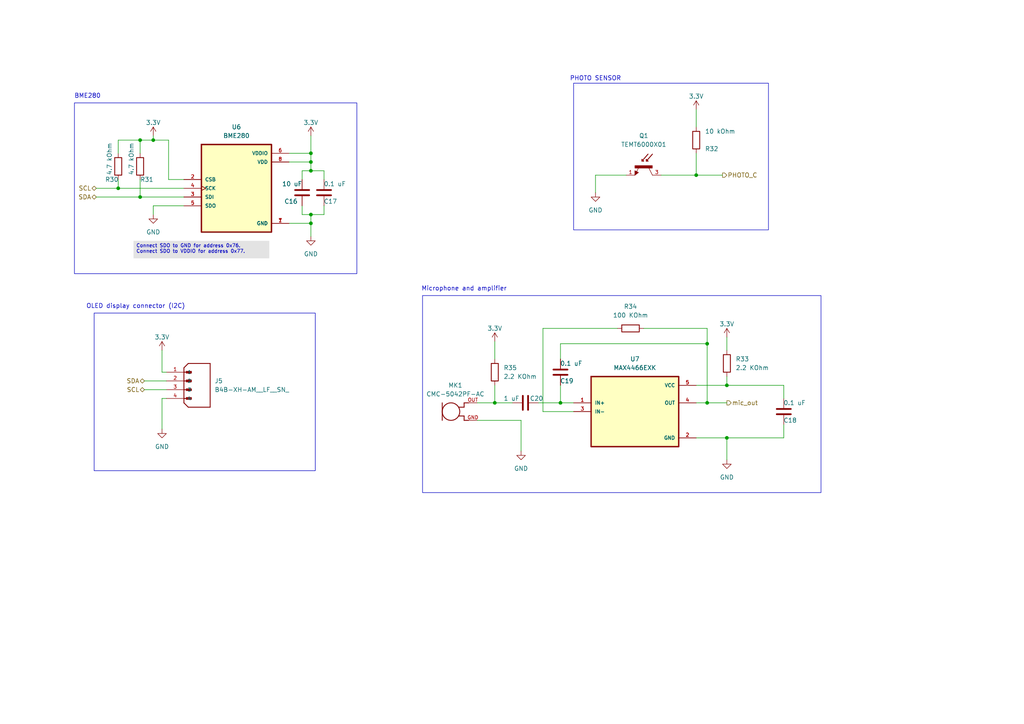
<source format=kicad_sch>
(kicad_sch (version 20231120) (generator "eeschema") (generator_version "8.0")
  (paper "A4")
  (lib_symbols
    (symbol "B4B-XH-AM__LF__SN_:B4B-XH-AM__LF__SN_" (pin_names (offset 1.016))
      (property "Reference" "J" (at 0 6.35 0))
      (property "Value" "B4B-XH-AM__LF__SN_" (at 0 -10.16 0))
      (symbol "B4B-XH-AM__LF__SN__0_0"
        (polyline (pts (xy 0 -6.35) (xy 1.27 -7.62)) (stroke (width 0.254)))
        (polyline (pts (xy 0 -5.08) (xy 1.905 -5.08)) (stroke (width 0.254)))
        (polyline (pts (xy 0 -2.54) (xy 1.905 -2.54)) (stroke (width 0.254)))
        (polyline (pts (xy 0 0) (xy 1.905 0)) (stroke (width 0.254)))
        (polyline (pts (xy 0 2.54) (xy 0 -6.35)) (stroke (width 0.254)))
        (polyline (pts (xy 0 2.54) (xy 1.905 2.54)) (stroke (width 0.254)))
        (polyline (pts (xy 0 3.81) (xy 0 2.54)) (stroke (width 0.254)))
        (polyline (pts (xy 0 3.81) (xy 1.27 5.08)) (stroke (width 0.254)))
        (polyline (pts (xy 1.27 -7.62) (xy 7.62 -7.62)) (stroke (width 0.254)))
        (polyline (pts (xy 7.62 -7.62) (xy 7.62 5.08)) (stroke (width 0.254)))
        (polyline (pts (xy 7.62 5.08) (xy 1.27 5.08)) (stroke (width 0.254)))
        (rectangle (start 0.635 -5.3975) (end 2.2225 -4.7625) (stroke (width 0.1)) (fill (type outline)))
        (rectangle (start 0.635 -2.8575) (end 2.2225 -2.2225) (stroke (width 0.1)) (fill (type outline)))
        (rectangle (start 0.635 -0.3175) (end 2.2225 0.3175) (stroke (width 0.1)) (fill (type outline)))
        (rectangle (start 0.635 2.2225) (end 2.2225 2.8575) (stroke (width 0.1)) (fill (type outline)))
        (pin passive line (at -5.08 2.54 0) (length 5.08) (name "1") (number "1"))
        (pin passive line (at -5.08 0 0) (length 5.08) (name "2") (number "2"))
        (pin passive line (at -5.08 -2.54 0) (length 5.08) (name "3") (number "3"))
        (pin passive line (at -5.08 -5.08 0) (length 5.08) (name "4") (number "4"))
      )
    )
    (symbol "BME280:BME280" (pin_names (offset 1.016))
      (property "Reference" "U" (at -10.1662 13.3431 0))
      (property "Value" "BME280" (at -10.1683 -15.2524 0))
      (symbol "BME280_0_0"
        (rectangle (start -10.16 -12.7) (end 10.16 12.7) (stroke (width 0.4064)) (fill (type background)))
        (pin power_in line (at 15.24 -10.16 180) (length 5.08) (name "GND") (number "1"))
        (pin input line (at -15.24 2.54 0) (length 5.08) (name "CSB") (number "2"))
        (pin bidirectional line (at -15.24 -2.54 0) (length 5.08) (name "SDI") (number "3"))
        (pin input clock (at -15.24 0 0) (length 5.08) (name "SCK") (number "4"))
        (pin bidirectional line (at -15.24 -5.08 0) (length 5.08) (name "SDO") (number "5"))
        (pin power_in line (at 15.24 10.16 180) (length 5.08) (name "VDDIO") (number "6"))
        (pin power_in line (at 15.24 -10.16 180) (length 5.08) (name "GND") (number "7"))
        (pin power_in line (at 15.24 7.62 180) (length 5.08) (name "VDD") (number "8"))
      )
    )
    (symbol "CMC-5042PF-AC:CMC-5042PF-AC" (pin_names (offset 1.016))
      (property "Reference" "MK" (at -2.5424 5.0848 0))
      (property "Value" "CMC-5042PF-AC" (at -2.5442 -6.3606 0))
      (symbol "CMC-5042PF-AC_0_0"
        (polyline (pts (xy -2.54 2.54) (xy -2.54 -2.54)) (stroke (width 0.254)))
        (polyline (pts (xy 3.81 -2.54) (xy 3.81 -1.27)) (stroke (width 0.254)))
        (polyline (pts (xy 3.81 -1.27) (xy 2.2352 -1.27)) (stroke (width 0.254)))
        (polyline (pts (xy 3.81 1.27) (xy 2.2352 1.27)) (stroke (width 0.254)))
        (polyline (pts (xy 3.81 2.54) (xy 3.81 1.27)) (stroke (width 0.254)))
        (polyline (pts (xy 5.08 -2.54) (xy 3.81 -2.54)) (stroke (width 0.254)))
        (polyline (pts (xy 5.08 2.54) (xy 3.81 2.54)) (stroke (width 0.254)))
        (circle (center 0 0) (radius 2.54) (stroke (width 0.254)))
        (pin power_in line (at 7.62 -2.54 180) (length 2.54) (name "~") (number "GND"))
        (pin output line (at 7.62 2.54 180) (length 2.54) (name "~") (number "OUT"))
      )
    )
    (symbol "Device:R" (pin_numbers hide) (pin_names (offset 0))
      (property "Reference" "R" (at 2.032 0 90))
      (property "Value" "R" (at 0 0 90))
      (symbol "R_0_1"
        (rectangle (start -1.016 -2.54) (end 1.016 2.54) (stroke (width 0.254)))
      )
      (symbol "R_1_1"
        (pin passive line (at 0 3.81 270) (length 1.27) (name "~") (number "1"))
        (pin passive line (at 0 -3.81 90) (length 1.27) (name "~") (number "2"))
      )
    )
    (symbol "MAX4466EXK:MAX4466EXK" (pin_names (offset 1.016))
      (property "Reference" "U" (at -12.7 11.16 0))
      (property "Value" "MAX4466EXK" (at -12.7 -14.16 0))
      (symbol "MAX4466EXK_0_0"
        (rectangle (start -12.7 -10.16) (end 12.7 10.16) (stroke (width 0.41)) (fill (type background)))
        (pin input line (at -17.78 2.54 0) (length 5.08) (name "IN+") (number "1"))
        (pin power_in line (at 17.78 -7.62 180) (length 5.08) (name "GND") (number "2"))
        (pin input line (at -17.78 0 0) (length 5.08) (name "IN-") (number "3"))
        (pin output line (at 17.78 2.54 180) (length 5.08) (name "OUT") (number "4"))
        (pin power_in line (at 17.78 7.62 180) (length 5.08) (name "VCC") (number "5"))
      )
    )
    (symbol "SparkFun-Capacitor:C" (pin_numbers hide) (pin_names (offset 0.254))
      (property "Reference" "C" (at 0.635 2.54 0))
      (property "Value" "C" (at 0.635 -2.54 0))
      (property "Voltage" "1kV" (at 0 -6.35 0))
      (property "Tolerance" "100%" (at 0 -8.89 0))
      (symbol "C_0_1"
        (polyline (pts (xy -2.032 -0.762) (xy 2.032 -0.762)) (stroke (width 0.508)))
        (polyline (pts (xy -2.032 0.762) (xy 2.032 0.762)) (stroke (width 0.508)))
      )
      (symbol "C_1_1"
        (pin passive line (at 0 3.81 270) (length 2.794) (name "~") (number "1"))
        (pin passive line (at 0 -3.81 90) (length 2.794) (name "~") (number "2"))
      )
    )
    (symbol "SparkFun-PowerSymbol:3.3V" (power) (pin_names (offset 0))
      (property "Value" "3.3V" (at 0 3.81 0))
      (symbol "3.3V_0_1"
        (polyline (pts (xy -0.762 1.27) (xy 0 2.54)))
        (polyline (pts (xy 0 0) (xy 0 2.54)))
        (polyline (pts (xy 0 2.54) (xy 0.762 1.27)))
      )
      (symbol "3.3V_1_1"
        (pin power_in line (at 0 0 90) (length 0) hide (name "3.3V") (number "1"))
      )
    )
    (symbol "TEMT6000X01:TEMT6000X01" (pin_names (offset 1.016))
      (property "Reference" "Q" (at 5.0999 0 0))
      (property "Value" "TEMT6000X01" (at 5.0887 -2.5444 0))
      (symbol "TEMT6000X01_0_0"
        (rectangle (start -0.2547 -2.5468) (end 0.508 2.54) (stroke (width 0.1)) (fill (type outline)))
        (polyline (pts (xy -3.556 1.27) (xy -1.524 -0.508)) (stroke (width 0.254)))
        (polyline (pts (xy -3.556 2.54) (xy -1.524 0.762)) (stroke (width 0.254)))
        (polyline (pts (xy -2.032 -0.508) (xy -1.524 0)) (stroke (width 0.254)))
        (polyline (pts (xy -2.032 0.762) (xy -1.524 1.27)) (stroke (width 0.254)))
        (polyline (pts (xy -1.524 -0.508) (xy -2.032 -0.508)) (stroke (width 0.254)))
        (polyline (pts (xy -1.524 0) (xy -1.524 -0.508)) (stroke (width 0.254)))
        (polyline (pts (xy -1.524 0.762) (xy -2.032 0.762)) (stroke (width 0.254)))
        (polyline (pts (xy -1.524 1.27) (xy -1.524 0.762)) (stroke (width 0.254)))
        (polyline (pts (xy 1.27 -2.54) (xy 1.778 -1.524)) (stroke (width 0.1524)))
        (polyline (pts (xy 1.524 -2.413) (xy 2.286 -2.413)) (stroke (width 0.254)))
        (polyline (pts (xy 1.524 -2.286) (xy 1.905 -2.286)) (stroke (width 0.254)))
        (polyline (pts (xy 1.54 -2.04) (xy 0.308 -1.424)) (stroke (width 0.1524)))
        (polyline (pts (xy 1.778 -1.778) (xy 1.524 -2.286)) (stroke (width 0.254)))
        (polyline (pts (xy 1.778 -1.524) (xy 2.54 -2.54)) (stroke (width 0.1524)))
        (polyline (pts (xy 1.905 -2.286) (xy 1.778 -2.032)) (stroke (width 0.254)))
        (polyline (pts (xy 2.286 -2.413) (xy 1.778 -1.778)) (stroke (width 0.254)))
        (polyline (pts (xy 2.54 -2.54) (xy 1.27 -2.54)) (stroke (width 0.1524)))
        (polyline (pts (xy 2.54 2.54) (xy 0.508 1.524)) (stroke (width 0.1524)))
        (pin passive line (at 2.54 -5.08 90) (length 2.54) (name "~") (number "1"))
        (pin passive line (at 2.54 5.08 270) (length 2.54) (name "~") (number "3"))
      )
    )
    (symbol "power:GND" (power) (pin_names (offset 0))
      (property "Value" "GND" (at 0 -3.81 0))
      (symbol "GND_0_1"
        (polyline (pts (xy 0 0) (xy 0 -1.27) (xy 1.27 -1.27) (xy 0 -2.54) (xy -1.27 -1.27) (xy 0 -1.27)))
      )
      (symbol "GND_1_1"
        (pin power_in line (at 0 0 270) (length 0) hide (name "GND") (number "1"))
      )
    )
  )
  (junction (at 90.17 44.45))
  (junction (at 205.105 116.84))
  (junction (at 44.45 40.64))
  (junction (at 40.64 57.15))
  (junction (at 210.82 111.76))
  (junction (at 90.17 46.99))
  (junction (at 34.29 54.61))
  (junction (at 40.64 40.64))
  (junction (at 90.17 49.53))
  (junction (at 90.17 64.77))
  (junction (at 201.93 50.8))
  (junction (at 162.56 116.84))
  (junction (at 143.51 116.84))
  (junction (at 205.105 99.695))
  (junction (at 90.17 62.23))
  (junction (at 210.82 127))
  (wire (pts (xy 83.82 44.45) (xy 90.17 44.45)))
  (wire (pts (xy 205.105 99.695) (xy 205.105 116.84)))
  (wire (pts (xy 44.45 59.69) (xy 44.45 62.23)))
  (wire (pts (xy 40.64 52.07) (xy 40.64 57.15)))
  (wire (pts (xy 93.98 59.69) (xy 93.98 62.23)))
  (wire (pts (xy 34.29 52.07) (xy 34.29 54.61)))
  (wire (pts (xy 34.29 40.64) (xy 40.64 40.64)))
  (wire (pts (xy 156.21 116.84) (xy 162.56 116.84)))
  (wire (pts (xy 210.82 109.22) (xy 210.82 111.76)))
  (wire (pts (xy 44.45 40.64) (xy 44.45 39.37)))
  (wire (pts (xy 40.64 40.64) (xy 44.45 40.64)))
  (wire (pts (xy 205.105 116.84) (xy 210.82 116.84)))
  (wire (pts (xy 138.43 116.84) (xy 143.51 116.84)))
  (wire (pts (xy 87.63 49.53) (xy 90.17 49.53)))
  (wire (pts (xy 201.93 111.76) (xy 210.82 111.76)))
  (wire (pts (xy 201.93 116.84) (xy 205.105 116.84)))
  (wire (pts (xy 162.56 111.76) (xy 162.56 116.84)))
  (wire (pts (xy 210.82 127) (xy 210.82 133.35)))
  (wire (pts (xy 227.33 115.57) (xy 227.33 111.76)))
  (wire (pts (xy 210.82 97.79) (xy 210.82 101.6)))
  (wire (pts (xy 191.77 50.8) (xy 201.93 50.8)))
  (wire (pts (xy 40.64 57.15) (xy 53.34 57.15)))
  (wire (pts (xy 41.91 110.49) (xy 48.26 110.49)))
  (wire (pts (xy 227.33 123.19) (xy 227.33 127)))
  (wire (pts (xy 201.93 31.75) (xy 201.93 36.83)))
  (wire (pts (xy 87.63 62.23) (xy 87.63 59.69)))
  (wire (pts (xy 151.13 121.92) (xy 151.13 130.81)))
  (wire (pts (xy 87.63 52.07) (xy 87.63 49.53)))
  (wire (pts (xy 83.82 64.77) (xy 90.17 64.77)))
  (wire (pts (xy 143.51 111.76) (xy 143.51 116.84)))
  (wire (pts (xy 90.17 46.99) (xy 90.17 44.45)))
  (wire (pts (xy 90.17 64.77) (xy 90.17 68.58)))
  (wire (pts (xy 90.17 62.23) (xy 90.17 64.77)))
  (wire (pts (xy 227.33 127) (xy 210.82 127)))
  (wire (pts (xy 90.17 49.53) (xy 93.98 49.53)))
  (wire (pts (xy 186.69 95.25) (xy 205.105 95.25)))
  (wire (pts (xy 138.43 121.92) (xy 151.13 121.92)))
  (wire (pts (xy 201.93 50.8) (xy 209.55 50.8)))
  (wire (pts (xy 48.26 115.57) (xy 46.99 115.57)))
  (wire (pts (xy 90.17 62.23) (xy 87.63 62.23)))
  (wire (pts (xy 210.82 111.76) (xy 227.33 111.76)))
  (wire (pts (xy 34.29 54.61) (xy 53.34 54.61)))
  (wire (pts (xy 201.93 44.45) (xy 201.93 50.8)))
  (wire (pts (xy 41.91 113.03) (xy 48.26 113.03)))
  (wire (pts (xy 172.72 50.8) (xy 172.72 55.88)))
  (wire (pts (xy 34.29 44.45) (xy 34.29 40.64)))
  (wire (pts (xy 40.64 40.64) (xy 40.64 44.45)))
  (wire (pts (xy 143.51 99.06) (xy 143.51 104.14)))
  (wire (pts (xy 44.45 40.64) (xy 48.895 40.64)))
  (wire (pts (xy 48.26 107.95) (xy 46.99 107.95)))
  (wire (pts (xy 93.98 62.23) (xy 90.17 62.23)))
  (wire (pts (xy 179.07 95.25) (xy 157.48 95.25)))
  (wire (pts (xy 157.48 119.38) (xy 166.37 119.38)))
  (wire (pts (xy 162.56 99.695) (xy 162.56 104.14)))
  (wire (pts (xy 181.61 50.8) (xy 172.72 50.8)))
  (wire (pts (xy 90.17 44.45) (xy 90.17 39.37)))
  (wire (pts (xy 205.105 95.25) (xy 205.105 99.695)))
  (wire (pts (xy 162.56 116.84) (xy 166.37 116.84)))
  (wire (pts (xy 46.99 107.95) (xy 46.99 101.6)))
  (wire (pts (xy 201.93 127) (xy 210.82 127)))
  (wire (pts (xy 93.98 49.53) (xy 93.98 52.07)))
  (wire (pts (xy 53.34 52.07) (xy 48.895 52.07)))
  (wire (pts (xy 48.895 52.07) (xy 48.895 40.64)))
  (wire (pts (xy 46.99 115.57) (xy 46.99 124.46)))
  (wire (pts (xy 143.51 116.84) (xy 148.59 116.84)))
  (wire (pts (xy 162.56 99.695) (xy 205.105 99.695)))
  (wire (pts (xy 53.34 59.69) (xy 44.45 59.69)))
  (wire (pts (xy 27.94 57.15) (xy 40.64 57.15)))
  (wire (pts (xy 157.48 95.25) (xy 157.48 119.38)))
  (wire (pts (xy 27.94 54.61) (xy 34.29 54.61)))
  (wire (pts (xy 83.82 46.99) (xy 90.17 46.99)))
  (wire (pts (xy 90.17 46.99) (xy 90.17 49.53)))
  (rectangle (start 27.305 90.805) (end 91.44 136.525))
  (rectangle (start 166.37 24.13) (end 222.885 66.675))
  (rectangle (start 21.59 29.845) (end 103.505 79.375))
  (rectangle (start 122.555 85.725) (end 238.125 142.875))
  (text_box "Connect SDO to GND for address 0x76.\nConnect SDO to VDDIO for address 0x77." (at 38.735 69.85 0) (size 39.37 5.08) (stroke (width -0.0001)) (fill (type color) (color 194 194 194 0.45)) (effects (font (size 1 1)) (justify left top)))
  (text "PHOTO SENSOR" (at 172.72 22.86 0) (effects (font (size 1.27 1.27))))
  (text "Microphone and amplifier" (at 134.62 83.82 0) (effects (font (size 1.27 1.27))))
  (text "BME280\n" (at 25.4 27.94 0) (effects (font (size 1.27 1.27))))
  (text "OLED display connector (I2C)" (at 39.37 88.9 0) (effects (font (size 1.27 1.27))))
  (hierarchical_label "SDA" (shape bidirectional) (at 27.94 57.15 180))
  (hierarchical_label "PHOTO_C" (shape output) (at 209.55 50.8 0))
  (hierarchical_label "SCL" (shape bidirectional) (at 27.94 54.61 180))
  (hierarchical_label "SCL" (shape bidirectional) (at 41.91 113.03 180))
  (hierarchical_label "SDA" (shape bidirectional) (at 41.91 110.49 180))
  (hierarchical_label "mic_out" (shape output) (at 210.82 116.84 0))
  (symbol (lib_id "SparkFun-PowerSymbol:3.3V") (at 90.17 39.37 0) (unit 1)
    (property "Reference" "#PWR032" (effects (hide yes)))
    (property "Value" "3.3V" (at 90.17 35.56 0))
    (property "Description" "Power symbol creates a global label with name \"3.3V\"" (effects (hide yes)))
  )
  (symbol (lib_id "SparkFun-PowerSymbol:3.3V") (at 210.82 97.79 0) (unit 1)
    (property "Reference" "#PWR039" (effects (hide yes)))
    (property "Value" "3.3V" (at 210.82 93.98 0))
    (property "Description" "Power symbol creates a global label with name \"3.3V\"" (effects (hide yes)))
  )
  (symbol (lib_id "Device:R") (at 182.88 95.25 90) (unit 1)
    (property "Reference" "R34" (at 182.88 88.9 90))
    (property "Value" "100 KOhm" (at 182.88 91.44 90))
    (property "Description" "Resistor" (effects (hide yes)))
    (property "Purpose" "Feedback resistor" (effects (hide yes)))
    (property "Instructions and notes" "Sets the amplifier gain to 46 dB." (effects (hide yes)))
  )
  (symbol (lib_id "SparkFun-PowerSymbol:3.3V") (at 201.93 31.75 0) (unit 1)
    (property "Reference" "#PWR036" (effects (hide yes)))
    (property "Value" "3.3V" (at 201.93 27.94 0))
    (property "Description" "Power symbol creates a global label with name \"3.3V\"" (effects (hide yes)))
  )
  (symbol (lib_id "Device:R") (at 210.82 105.41 0) (unit 1)
    (property "Reference" "R33" (at 213.36 104.1399 0) (effects (justify left)))
    (property "Value" "2.2 KOhm" (at 213.36 106.6799 0) (effects (justify left)))
    (property "Description" "Resistor" (effects (hide yes)))
    (property "Purpose" "Microphone bias" (effects (hide yes)))
  )
  (symbol (lib_id "Device:R") (at 143.51 107.95 0) (unit 1)
    (property "Reference" "R35" (at 146.05 106.6799 0) (effects (justify left)))
    (property "Value" "2.2 KOhm" (at 146.05 109.2199 0) (effects (justify left)))
    (property "Description" "Bias resistor" (effects (hide yes)))
  )
  (symbol (lib_id "Device:R") (at 34.29 48.26 0) (unit 1)
    (property "Reference" "R30" (at 30.48 52.07 0) (effects (justify left)))
    (property "Value" "4.7 kOhm" (at 31.75 50.8 90) (effects (justify left)))
    (property "Description" "Pull-up resistor" (effects (hide yes)))
  )
  (symbol (lib_id "CMC-5042PF-AC:CMC-5042PF-AC") (at 130.81 119.38 0) (unit 1)
    (property "Reference" "MK1" (at 132.08 111.76 0))
    (property "Value" "CMC-5042PF-AC" (at 132.08 114.3 0))
    (property "Footprint" "CMC-5042PF-AC:CUI_CMC-5042PF-AC" (effects (hide yes)))
    (property "MF" "Same Sky" (effects (hide yes)))
    (property "Description_1" "\n                        \n                            6.0 mm, Omnidirectional, PCB Mount, 2.0 Vdc, Electret Condenser Microphone\n                        \n" (effects (hide yes)))
    (property "Package" "None" (effects (hide yes)))
    (property "Price" "None" (effects (hide yes)))
    (property "Check_prices" "https://www.snapeda.com/parts/CMC-5042PF-AC/Same+Sky/view-part/?ref=eda" (effects (hide yes)))
    (property "STANDARD" "Manufacturer recommendations" (effects (hide yes)))
    (property "SnapEDA_Link" "https://www.snapeda.com/parts/CMC-5042PF-AC/Same+Sky/view-part/?ref=snap" (effects (hide yes)))
    (property "MP" "CMC-5042PF-AC" (effects (hide yes)))
    (property "Availability" "In Stock" (effects (hide yes)))
    (property "MANUFACTURER" "CUI INC" (effects (hide yes)))
  )
  (symbol (lib_id "SparkFun-Capacitor:C") (at 93.98 55.88 180) (unit 1)
    (property "Reference" "C17" (at 97.79 58.42 0) (effects (justify left)))
    (property "Value" "0.1 uF" (at 100.33 53.34 0) (effects (justify left)))
    (property "Footprint" "Capacitor_SMD:C_0805_2012Metric" (effects (hide yes)))
    (property "Datasheet" "https://cdn.sparkfun.com/assets/8/a/4/a/5/Kemet_Capacitor_Datasheet.pdf" (effects (hide yes)))
    (property "Description" "Unpolarized capacitor" (effects (hide yes)))
    (property "PROD_ID" "CAP-00000" (effects (hide yes)))
    (property "Voltage" "1kV" (effects (hide yes)))
    (property "Tolerance" "100%" (effects (hide yes)))
    (property "Purpose" "Decoupling  capacitor." (effects (hide yes)))
    (property "Instructions and notes" "For high-frequency noise filtering" (effects (hide yes)))
  )
  (symbol (lib_id "power:GND") (at 46.99 124.46 0) (unit 1)
    (property "Reference" "#PWR045" (effects (hide yes)))
    (property "Value" "GND" (at 46.99 129.54 0))
    (property "Description" "Power symbol creates a global label with name \"GND\" , ground" (effects (hide yes)))
  )
  (symbol (lib_id "power:GND") (at 151.13 130.81 0) (unit 1)
    (property "Reference" "#PWR040" (effects (hide yes)))
    (property "Value" "GND" (at 151.13 135.89 0))
    (property "Description" "Power symbol creates a global label with name \"GND\" , ground" (effects (hide yes)))
  )
  (symbol (lib_id "SparkFun-PowerSymbol:3.3V") (at 46.99 101.6 0) (unit 1)
    (property "Reference" "#PWR044" (effects (hide yes)))
    (property "Value" "3.3V" (at 46.99 97.79 0))
    (property "Description" "Power symbol creates a global label with name \"3.3V\"" (effects (hide yes)))
  )
  (symbol (lib_id "SparkFun-PowerSymbol:3.3V") (at 44.45 39.37 0) (unit 1)
    (property "Reference" "#PWR034" (effects (hide yes)))
    (property "Value" "3.3V" (at 44.45 35.56 0))
    (property "Description" "Power symbol creates a global label with name \"3.3V\"" (effects (hide yes)))
  )
  (symbol (lib_id "BME280:BME280") (at 68.58 54.61 0) (unit 1)
    (property "Reference" "U6" (at 68.58 36.83 0))
    (property "Value" "BME280" (at 68.58 39.37 0))
    (property "Footprint" "BME280:PSON65P250X250X100-8N" (effects (hide yes)))
    (property "MF" "Bosch" (effects (hide yes)))
    (property "DESCRIPTION" "Integrated pressure, humidity and temperature sensor; 8-pin 2.5x2.5x0.93mm LGA" (effects (hide yes)))
    (property "PACKAGE" "LGA-8 Bosch" (effects (hide yes)))
    (property "PRICE" "4.94 USD" (effects (hide yes)))
    (property "Package" "LGA-8 Bosch" (effects (hide yes)))
    (property "Check_prices" "https://www.snapeda.com/parts/BME280/Bosch+Sensortec/view-part/?ref=eda" (effects (hide yes)))
    (property "STANDARD" "IPC-7351B" (effects (hide yes)))
    (property "SnapEDA_Link" "https://www.snapeda.com/parts/BME280/Bosch+Sensortec/view-part/?ref=snap" (effects (hide yes)))
    (property "MP" "BME280" (effects (hide yes)))
    (property "Price" "None" (effects (hide yes)))
    (property "Availability" "In Stock" (effects (hide yes)))
    (property "AVAILABILITY" "Good" (effects (hide yes)))
    (property "Description_1" "\n                        \n                            Board Mount Humidity Sensors MEMS humidity, pressure and temperature sensor\n                        \n" (effects (hide yes)))
  )
  (symbol (lib_id "Device:R") (at 40.64 48.26 0) (unit 1)
    (property "Reference" "R31" (at 40.64 52.07 0) (effects (justify left)))
    (property "Value" "4.7 kOhm" (at 38.1 50.8 90) (effects (justify left)))
    (property "Description" "Pull-up resistor" (effects (hide yes)))
  )
  (symbol (lib_id "SparkFun-Capacitor:C") (at 162.56 107.95 180) (unit 1)
    (property "Reference" "C19" (at 166.37 110.49 0) (effects (justify left)))
    (property "Value" "0.1 uF" (at 168.91 105.41 0) (effects (justify left)))
    (property "Footprint" "Capacitor_SMD:C_0805_2012Metric" (effects (hide yes)))
    (property "Datasheet" "https://cdn.sparkfun.com/assets/8/a/4/a/5/Kemet_Capacitor_Datasheet.pdf" (effects (hide yes)))
    (property "Description" "Unpolarized capacitor" (effects (hide yes)))
    (property "PROD_ID" "CAP-00000" (effects (hide yes)))
    (property "Voltage" "1kV" (effects (hide yes)))
    (property "Tolerance" "100%" (effects (hide yes)))
    (property "Purpose" "Input  capacitor." (effects (hide yes)))
    (property "Instructions and notes" "To block DC offset" (effects (hide yes)))
  )
  (symbol (lib_id "SparkFun-PowerSymbol:3.3V") (at 143.51 99.06 0) (unit 1)
    (property "Reference" "#PWR041" (effects (hide yes)))
    (property "Value" "3.3V" (at 143.51 95.25 0))
    (property "Description" "Power symbol creates a global label with name \"3.3V\"" (effects (hide yes)))
  )
  (symbol (lib_id "power:GND") (at 90.17 68.58 0) (unit 1)
    (property "Reference" "#PWR033" (effects (hide yes)))
    (property "Value" "GND" (at 90.17 73.66 0))
    (property "Description" "Power symbol creates a global label with name \"GND\" , ground" (effects (hide yes)))
  )
  (symbol (lib_id "SparkFun-Capacitor:C") (at 87.63 55.88 180) (unit 1)
    (property "Reference" "C16" (at 86.36 58.42 0) (effects (justify left)))
    (property "Value" "10 uF" (at 87.63 53.34 0) (effects (justify left)))
    (property "Footprint" "Capacitor_SMD:C_0805_2012Metric" (effects (hide yes)))
    (property "Datasheet" "https://cdn.sparkfun.com/assets/8/a/4/a/5/Kemet_Capacitor_Datasheet.pdf" (effects (hide yes)))
    (property "Description" "Unpolarized capacitor" (effects (hide yes)))
    (property "PROD_ID" "CAP-00000" (effects (hide yes)))
    (property "Voltage" "1kV" (effects (hide yes)))
    (property "Tolerance" "100%" (effects (hide yes)))
    (property "Purpose" "Decoupling  capacitor." (effects (hide yes)))
    (property "Instructions and notes" "For bulk decoupling" (effects (hide yes)))
  )
  (symbol (lib_id "SparkFun-Capacitor:C") (at 227.33 119.38 180) (unit 1)
    (property "Reference" "C18" (at 231.14 121.92 0) (effects (justify left)))
    (property "Value" "0.1 uF" (at 233.68 116.84 0) (effects (justify left)))
    (property "Footprint" "Capacitor_SMD:C_0805_2012Metric" (effects (hide yes)))
    (property "Datasheet" "https://cdn.sparkfun.com/assets/8/a/4/a/5/Kemet_Capacitor_Datasheet.pdf" (effects (hide yes)))
    (property "Description" "Unpolarized capacitor" (effects (hide yes)))
    (property "PROD_ID" "CAP-00000" (effects (hide yes)))
    (property "Voltage" "1kV" (effects (hide yes)))
    (property "Tolerance" "100%" (effects (hide yes)))
    (property "Purpose" "Decoupling  capacitor." (effects (hide yes)))
    (property "Instructions and notes" "For high-frequency noise filtering" (effects (hide yes)))
  )
  (symbol (lib_id "MAX4466EXK:MAX4466EXK") (at 184.15 119.38 0) (unit 1)
    (property "Reference" "U7" (at 184.15 104.14 0))
    (property "Value" "MAX4466EXK" (at 184.15 106.68 0))
    (property "Footprint" "MAX4466EXK:SOT65P210X110-5N" (effects (hide yes)))
    (property "MF" "Analog Devices" (effects (hide yes)))
    (property "Description_1" "\n                        \n                            Amplifier IC 1-Channel (Mono) Class AB SC-70-5\n                        \n" (effects (hide yes)))
    (property "Package" "SC-70-5 Maxim" (effects (hide yes)))
    (property "Price" "None" (effects (hide yes)))
    (property "SnapEDA_Link" "https://www.snapeda.com/parts/MAX4466EXK/Analog+Devices/view-part/?ref=snap" (effects (hide yes)))
    (property "MP" "MAX4466EXK" (effects (hide yes)))
    (property "Availability" "In Stock" (effects (hide yes)))
    (property "Check_prices" "https://www.snapeda.com/parts/MAX4466EXK/Analog+Devices/view-part/?ref=eda" (effects (hide yes)))
  )
  (symbol (lib_id "SparkFun-Capacitor:C") (at 152.4 116.84 270) (unit 1)
    (property "Reference" "C20" (at 153.67 115.57 90) (effects (justify left)))
    (property "Value" "1 uF" (at 146.05 115.57 90) (effects (justify left)))
    (property "Footprint" "Capacitor_SMD:C_0805_2012Metric" (effects (hide yes)))
    (property "Datasheet" "https://cdn.sparkfun.com/assets/8/a/4/a/5/Kemet_Capacitor_Datasheet.pdf" (effects (hide yes)))
    (property "Description" "Unpolarized capacitor" (effects (hide yes)))
    (property "PROD_ID" "CAP-00000" (effects (hide yes)))
    (property "Voltage" "1kV" (effects (hide yes)))
    (property "Tolerance" "100%" (effects (hide yes)))
    (property "Purpose" "Coupling  capacitor." (effects (hide yes)))
    (property "Instructions and notes" "To block DC components." (effects (hide yes)))
  )
  (symbol (lib_id "power:GND") (at 210.82 133.35 0) (unit 1)
    (property "Reference" "#PWR038" (effects (hide yes)))
    (property "Value" "GND" (at 210.82 138.43 0))
    (property "Description" "Power symbol creates a global label with name \"GND\" , ground" (effects (hide yes)))
  )
  (symbol (lib_id "Device:R") (at 201.93 40.64 0) (unit 1)
    (property "Reference" "R32" (at 204.47 43.18 0) (effects (justify left)))
    (property "Value" "10 kOhm" (at 204.47 38.1 0) (effects (justify left)))
    (property "Description" "Pull-up resistor" (effects (hide yes)))
  )
  (symbol (lib_id "power:GND") (at 44.45 62.23 0) (unit 1)
    (property "Reference" "#PWR035" (effects (hide yes)))
    (property "Value" "GND" (at 44.45 67.31 0))
    (property "Description" "Power symbol creates a global label with name \"GND\" , ground" (effects (hide yes)))
  )
  (symbol (lib_id "B4B-XH-AM__LF__SN_:B4B-XH-AM__LF__SN_") (at 53.34 110.49 0) (unit 1)
    (property "Reference" "J5" (at 62.23 110.4899 0) (effects (justify left)))
    (property "Value" "B4B-XH-AM__LF__SN_" (at 62.23 113.0299 0) (effects (justify left)))
    (property "Footprint" "B4B-XH-AM__LF__SN_:JST_B4B-XH-AM__LF__SN_" (effects (hide yes)))
    (property "SnapEDA_Link" "https://www.snapeda.com/parts/B4B-XH-AM%20(LF)(SN)/JST/view-part/?ref=snap" (effects (hide yes)))
    (property "MAXIMUM_PACKAGE_HEIGHT" "7mm" (effects (hide yes)))
    (property "Package" "None" (effects (hide yes)))
    (property "Check_prices" "https://www.snapeda.com/parts/B4B-XH-AM%20(LF)(SN)/JST/view-part/?ref=eda" (effects (hide yes)))
    (property "STANDARD" "Manufacturer Recommendations" (effects (hide yes)))
    (property "PARTREV" "N/A" (effects (hide yes)))
    (property "MF" "JST Corporation" (effects (hide yes)))
    (property "MP" "B4B-XH-AM (LF)(SN)" (effects (hide yes)))
    (property "Description_1" "\n                        \n                            Conn Shrouded Header HDR 4 POS 2.5mm Solder ST Top Entry Thru-Hole Box\n                        \n" (effects (hide yes)))
    (property "MANUFACTURER" "JST" (effects (hide yes)))
    (property "SNAPEDA_PN" "B4B-XH-AM (LF)(SN)" (effects (hide yes)))
  )
  (symbol (lib_id "power:GND") (at 172.72 55.88 0) (unit 1)
    (property "Reference" "#PWR037" (effects (hide yes)))
    (property "Value" "GND" (at 172.72 60.96 0))
    (property "Description" "Power symbol creates a global label with name \"GND\" , ground" (effects (hide yes)))
  )
  (symbol (lib_id "TEMT6000X01:TEMT6000X01") (at 186.69 48.26 270) (unit 1)
    (property "Reference" "Q1" (at 186.7154 39.37 90))
    (property "Value" "TEMT6000X01" (at 186.7154 41.91 90))
    (property "Footprint" "TEMT6000X01:TRANS_TEMT6000X01" (effects (hide yes)))
    (property "MF" "Vishay Semiconductor" (effects (hide yes)))
    (property "Description_1" "\n                        \n                            Phototransistors 570nm Top View 1206 (3216 Metric)\n                        \n" (effects (hide yes)))
    (property "Package" "1206 Vishay" (effects (hide yes)))
    (property "Price" "None" (effects (hide yes)))
    (property "Check_prices" "https://www.snapeda.com/parts/TEMT6000X01/Vishay+Semiconductor+Opto+Division/view-part/?ref=eda" (effects (hide yes)))
    (property "STANDARD" "Manufacturer Recommendations" (effects (hide yes)))
    (property "PARTREV" "1.9" (effects (hide yes)))
    (property "SnapEDA_Link" "https://www.snapeda.com/parts/TEMT6000X01/Vishay+Semiconductor+Opto+Division/view-part/?ref=snap" (effects (hide yes)))
    (property "MP" "TEMT6000X01" (effects (hide yes)))
    (property "Availability" "In Stock" (effects (hide yes)))
    (property "MANUFACTURER" "VISHAY" (effects (hide yes)))
  )
)
</source>
